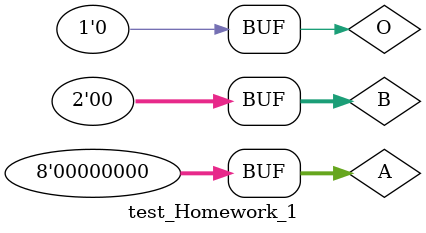
<source format=sv>
`timescale 1ns/1ps 		// time unit / compiler time precision

module test_Homework_1 ();

// Set up variables 

logic [7:0] A;
logic [1:0] B;
logic O;

// define wires (signals) to record output 

logic [7:0] OUTPUT;

// instantiante the 4-bit full adder that we call FA_4BIT   

Homework_1 FA_8BIT ( 
	.MyInput(A),
	.MyConstantSelect(B),
	.MyOperation(O),
	.MyOutput(OUTPUT));
						   
// Stimulate Inputs 

initial 
	begin
		A = 8'd5; //  4' indicates the width in bits of the value which is given in decimal (0).  
		B = 2'b01;
		O = 1'b0;
		
		# 5 // wait after 5 delay time 
		
		A = 8'd5; //  4' indicates the width in bits of the value which is given in decimal (0).  
		B = 2'b11;
		O = 1'b0;
		
		# 5 // wait after 5 delay time 
		
		A = 8'd7; //  4' indicates the width in bits of the value which is given in decimal (0).  
		B = 2'b10;
		O = 1'b1;
		
		# 5 // wait after 5 delay time 
		
		A = 8'd0; //  4' indicates the width in bits of the value which is given in decimal (0).  
		B = 2'd0;
		O = 1'b0;
		
		# 5 // wait after 5 delay time 
		
		A = 4'd10; 
		B = 4'd15;
		
		# 5 // wait after 5 delay time 
		
		A = 4'd10; 
		B = 4'd5;
		
		# 5 // wait after 5 delay time 
		
		A = 4'd0; 
		B = 4'd0;
		
	end 

endmodule  
		
		
		
		
							
</source>
